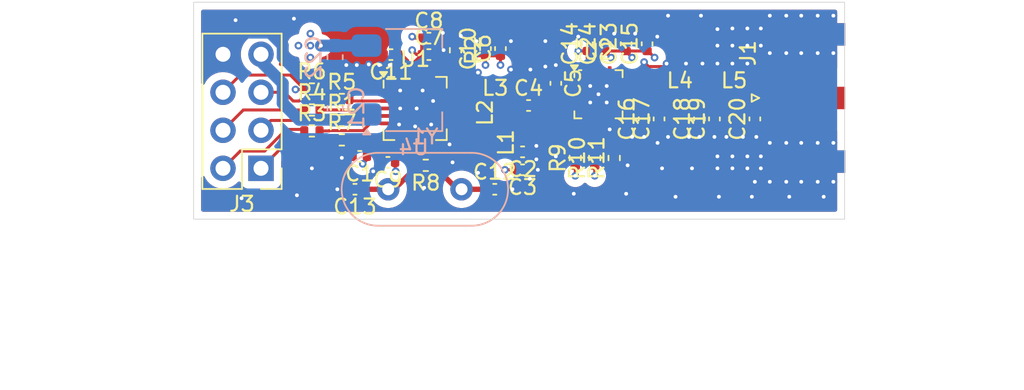
<source format=kicad_pcb>
(kicad_pcb (version 20241229) (generator "pcbnew") (generator_version "9.0")
  (layers (0 "F.Cu" signal) (4 "In1.Cu" signal) (6 "In2.Cu" signal) (2 "B.Cu" signal) (13 "F.Paste" user) (15 "B.Paste" user) (5 "F.SilkS" user "F.Silkscreen") (7 "B.SilkS" user "B.Silkscreen") (1 "F.Mask" user) (3 "B.Mask" user) (25 "Edge.Cuts" user))
  (net 0 "")
  (net 1 "VDD")
  (net 2 "GND")
  (net 3 "/vdd_pa")
  (net 4 "Net-(U2-txrx)")
  (net 5 "Net-(C4-Pad1)")
  (net 6 "Net-(U1-DVDD)")
  (net 7 "/xc1")
  (net 8 "/xc2")
  (net 9 "Net-(U2-ant)")
  (net 10 "Net-(C18-Pad2)")
  (net 11 "Net-(J1-In)")
  (net 12 "/v_pwr")
  (net 13 "/sck")
  (net 14 "/irq")
  (net 15 "/scn")
  (net 16 "/mosi")
  (net 17 "/ce")
  (net 18 "/miso")
  (net 19 "Net-(U1-ANT1)")
  (net 20 "Net-(U1-ANT2)")
  (net 21 "Net-(U1-MOSI)")
  (net 22 "Net-(U1-IREF)")
  (net 23 "Net-(U1-MISO)")
  (net 24 "Net-(U1-SCK)")
  (net 25 "Net-(U1-CSN)")
  (net 26 "Net-(U1-CE)")
  (net 27 "Net-(U1-IRQ)")
  (net 28 "Net-(U2-txen)")
  (net 29 "Net-(U2-rxen)")
  (footprint "Capacitor_SMD:C_0402_1005Metric" (layer "F.Cu") (at 152.8 97.3 90)
    (property "Reference" "C18")
    (property "Value" "1.5p")
  )
  (footprint "Inductor_SMD:L_0402_1005Metric" (layer "F.Cu") (at 139.1525 96.4)
    (property "Reference" "L3")
    (property "Value" "3.9n")
  )
  (footprint "Connector_PinHeader_2.54mm:PinHeader_2x04_P2.54mm_Vertical" (layer "F.Cu") (at 123.5 100.6 180)
    (property "Reference" "J3")
    (property "Value" "Conn_02x04_Odd_Even")
  )
  (footprint "Capacitor_SMD:C_0402_1005Metric" (layer "F.Cu") (at 153.8 97.3 90)
    (property "Reference" "C19")
    (property "Value" "1.5p")
  )
  (footprint "Connector_Coaxial:SMA_Amphenol_132289_EdgeMount" (layer "F.Cu") (at 160 95.9)
    (property "Reference" "J1")
    (property "Value" "Conn_Coaxial_Small")
  )
  (footprint "Resistor_SMD:R_0402_1005Metric" (layer "F.Cu") (at 136.5 92.71 -90)
    (property "Reference" "R2")
    (property "Value" "22k")
  )
  (footprint "Resistor_SMD:R_0402_1005Metric" (layer "F.Cu") (at 128.9 97.4)
    (property "Reference" "R1")
    (property "Value" "22")
  )
  (footprint "Capacitor_SMD:C_0402_1005Metric" (layer "F.Cu") (at 132.18 93 180)
    (property "Reference" "C11")
    (property "Value" "33n")
  )
  (footprint "Capacitor_SMD:C_0402_1005Metric" (layer "F.Cu") (at 139.5 92.6 90)
    (property "Reference" "C6")
    (property "Value" "10n")
  )
  (footprint "Resistor_SMD:R_0402_1005Metric" (layer "F.Cu") (at 126.9 96.7)
    (property "Reference" "R4")
    (property "Value" "22")
  )
  (footprint "Capacitor_SMD:C_0402_1005Metric" (layer "F.Cu") (at 138.5 92.6 90)
    (property "Reference" "C10")
    (property "Value" "10n")
  )
  (footprint "nrf24l01:QFN-20-4x4mm_P0.5mm_EP2.5x2.5mm" (layer "F.Cu") (at 133.8 96.6)
    (property "Reference" "U1")
    (property "Value" "NRF24L01")
  )
  (footprint "Resistor_SMD:R_0402_1005Metric" (layer "F.Cu") (at 126.9 98.1)
    (property "Reference" "R3")
    (property "Value" "22")
  )
  (footprint "Capacitor_SMD:C_0402_1005Metric" (layer "F.Cu") (at 147.9 92.28 90)
    (property "Reference" "C23")
    (property "Value" "1u")
  )
  (footprint "Capacitor_SMD:C_0402_1005Metric" (layer "F.Cu") (at 139.12 102)
    (property "Reference" "C12")
    (property "Value" "18p")
  )
  (footprint "Resistor_SMD:R_0402_1005Metric" (layer "F.Cu") (at 128.9 96)
    (property "Reference" "R5")
    (property "Value" "22")
  )
  (footprint "Capacitor_SMD:C_0402_1005Metric" (layer "F.Cu") (at 134.72 93)
    (property "Reference" "C7")
    (property "Value" "10n")
  )
  (footprint "Resistor_SMD:R_0402_1005Metric" (layer "F.Cu") (at 147.1 99.91 90)
    (property "Reference" "R11")
    (property "Value" "22k")
  )
  (footprint "Resistor_SMD:R_0402_1005Metric" (layer "F.Cu") (at 134.51 100.4 180)
    (property "Reference" "R8")
    (property "Value" "1M")
  )
  (footprint "Capacitor_SMD:C_0402_1005Metric" (layer "F.Cu") (at 131.98 100.2 180)
    (property "Reference" "C9")
    (property "Value" "10n")
  )
  (footprint "Resistor_SMD:R_0402_1005Metric" (layer "F.Cu") (at 145.8 99.91 90)
    (property "Reference" "R10")
    (property "Value" "1k")
  )
  (footprint "Capacitor_SMD:C_0402_1005Metric" (layer "F.Cu") (at 143.2 94.92 -90)
    (property "Reference" "C5")
    (property "Value" "1p")
  )
  (footprint "Capacitor_SMD:C_0402_1005Metric" (layer "F.Cu") (at 140.98 100.7 180)
    (property "Reference" "C3")
    (property "Value" "4.7p")
  )
  (footprint "Package_DFN_QFN:LQFN-16-1EP_3x3mm_P0.5mm_EP1.7x1.7mm" (layer "F.Cu") (at 146.05 95.65)
    (property "Reference" "U2")
    (property "Value" "~")
  )
  (footprint "Resistor_SMD:R_0402_1005Metric" (layer "F.Cu") (at 126.9 95.3)
    (property "Reference" "R6")
    (property "Value" "22")
  )
  (footprint "Capacitor_SMD:C_0402_1005Metric" (layer "F.Cu") (at 149.1 97.3 90)
    (property "Reference" "C16")
    (property "Value" "0.3p")
  )
  (footprint "Capacitor_SMD:C_0402_1005Metric" (layer "F.Cu") (at 141.38 96.4)
    (property "Reference" "C4")
    (property "Value" "1.5p")
  )
  (footprint "Capacitor_SMD:C_0402_1005Metric" (layer "F.Cu") (at 130.1 99.8 180)
    (property "Reference" "C1")
    (property "Value" "10n")
  )
  (footprint "Inductor_SMD:L_0402_1005Metric" (layer "F.Cu") (at 138.7 98.885 -90)
    (property "Reference" "L1")
    (property "Value" "2.7n")
  )
  (footprint "Capacitor_SMD:C_0402_1005Metric" (layer "F.Cu") (at 146.5 92.28 90)
    (property "Reference" "C24")
    (property "Value" "1u")
  )
  (footprint "Inductor_SMD:L_0402_1005Metric" (layer "F.Cu") (at 151.485 95.9)
    (property "Reference" "L4")
    (property "Value" "2.4n")
  )
  (footprint "Capacitor_SMD:C_0402_1005Metric" (layer "F.Cu") (at 129.78 102 180)
    (property "Reference" "C13")
    (property "Value" "18p")
  )
  (footprint "Inductor_SMD:L_0402_1005Metric" (layer "F.Cu") (at 155.115 95.9)
    (property "Reference" "L5")
    (property "Value" "2.4n")
  )
  (footprint "Resistor_SMD:R_0402_1005Metric" (layer "F.Cu") (at 144.5 99.91 90)
    (property "Reference" "R9")
    (property "Value" "1k")
  )
  (footprint "Resistor_SMD:R_0402_1005Metric" (layer "F.Cu") (at 128.9 98.7)
    (property "Reference" "R7")
    (property "Value" "22")
  )
  (footprint "Capacitor_SMD:C_0402_1005Metric" (layer "F.Cu") (at 134.72 91.9)
    (property "Reference" "C8")
    (property "Value" "10n")
  )
  (footprint "Capacitor_SMD:C_0402_1005Metric" (layer "F.Cu") (at 150.1 97.3 90)
    (property "Reference" "C17")
    (property "Value" "1.5p")
  )
  (footprint "Capacitor_SMD:C_0402_1005Metric" (layer "F.Cu") (at 156.5 97.3 90)
    (property "Reference" "C20")
    (property "Value" "1.5p")
  )
  (footprint "Inductor_SMD:L_0402_1005Metric" (layer "F.Cu") (at 137.3 96.885 -90)
    (property "Reference" "L2")
    (property "Value" "8.2n")
  )
  (footprint "Capacitor_SMD:C_0402_1005Metric" (layer "F.Cu") (at 145.3 92.28 90)
    (property "Reference" "C14")
    (property "Value" "1u")
  )
  (footprint "Capacitor_SMD:C_0402_1005Metric" (layer "F.Cu") (at 149.3 92.28 90)
    (property "Reference" "C15")
    (property "Value" "1u")
  )
  (footprint "Capacitor_SMD:C_0402_1005Metric" (layer "F.Cu") (at 140.98 99.5 180)
    (property "Reference" "C2")
    (property "Value" "2.2n")
  )
  (footprint "Capacitor_SMD:C_0603_1608Metric" (layer "B.Cu") (at 128.45 96.575 90)
    (property "Reference" "C21")
    (property "Value" "4u7")
  )
  (footprint "Crystal:Crystal_HC18-U_Vertical" (layer "B.Cu") (at 136.9 102 180)
    (property "Reference" "Y1")
    (property "Value" "Crystal")
  )
  (footprint "Capacitor_SMD:C_0603_1608Metric" (layer "B.Cu") (at 128.45 93.175 -90)
    (property "Reference" "C22")
    (property "Value" "4u7")
  )
  (footprint "Package_TO_SOT_SMD:SOT-223-3_TabPin2" (layer "B.Cu") (at 133.7 94.7)
    (property "Reference" "U4")
    (property "Value" "MCP1825S")
  )
  (gr_rect (start 119 89.5) (end 162.5 104) (stroke (width 0.05)) (fill no) (layer "Edge.Cuts"))
  (segment (start 133.3 99.4) (end 132.5 100.2) (width 0.2) (layer "F.Cu") (net 1))
  (segment (start 130.58 100.02) (end 130.3 100.3) (width 0.2) (layer "F.Cu") (net 1))
  (segment (start 149.36 92.76) (end 149.8 93.2) (width 0.2) (layer "F.Cu") (net 1))
  (segment (start 147.9 92.76) (end 149.3 92.76) (width 0.2) (layer "F.Cu") (net 1))
  (segment (start 134.24 91.9) (end 134.24 93) (width 0.2) (layer "F.Cu") (net 1))
  (segment (start 130.88 99.5) (end 133.2 99.5) (width 0.2) (layer "F.Cu") (net 1))
  (segment (start 137.93875 93.08) (end 135.7375 95.28125) (width 0.2) (layer "F.Cu") (net 1))
  (segment (start 132.46 100.2) (end 132.46 100.76) (width 0.2) (layer "F.Cu") (net 1))
  (segment (start 145.3 94.1875) (end 145.3 92.76) (width 0.2) (layer "F.Cu") (net 1))
  (segment (start 133.2 99.5) (end 133.3 99.4) (width 0.2) (layer "F.Cu") (net 1))
  (segment (start 130.58 99.8) (end 130.58 100.02) (width 0.2) (layer "F.Cu") (net 1))
  (segment (start 146.5 92.8) (end 146.9 93.2) (width 0.2) (layer "F.Cu") (net 1))
  (segment (start 133.8 93.44) (end 134.24 93) (width 0.2) (layer "F.Cu") (net 1))
  (segment (start 133.7 91.9) (end 133.6 91.8) (width 0.2) (layer "F.Cu") (net 1))
  (segment (start 149.3 92.76) (end 149.36 92.76) (width 0.2) (layer "F.Cu") (net 1))
  (segment (start 133.8 94.6625) (end 133.8 93.44) (width 0.2) (layer "F.Cu") (net 1))
  (segment (start 133.3 98.5375) (end 133.3 99.4) (width 0.2) (layer "F.Cu") (net 1))
  (segment (start 139.5 93.08) (end 138.5 93.08) (width 0.2) (layer "F.Cu") (net 1))
  (segment (start 133.9 93) (end 133.6 92.7) (width 0.2) (layer "F.Cu") (net 1))
  (segment (start 147.9 92.8) (end 148.3 93.2) (width 0.2) (layer "F.Cu") (net 1))
  (segment (start 147.9 92.76) (end 147.9 92.8) (width 0.2) (layer "F.Cu") (net 1))
  (segment (start 138.5 93.08) (end 138.5 93.7) (width 0.2) (layer "F.Cu") (net 1))
  (segment (start 132.5 100.2) (end 132.46 100.2) (width 0.2) (layer "F.Cu") (net 1))
  (segment (start 145.3 92.76) (end 144.7 92.76) (width 0.2) (layer "F.Cu") (net 1))
  (segment (start 139.5 93.08) (end 139.5 93.7) (width 0.2) (layer "F.Cu") (net 1))
  (segment (start 134.24 93) (end 133.9 93) (width 0.2) (layer "F.Cu") (net 1))
  (segment (start 146.5 92.76) (end 146.5 92.8) (width 0.2) (layer "F.Cu") (net 1))
  (segment (start 135.7375 95.28125) (end 135.7375 95.6) (width 0.2) (layer "F.Cu") (net 1))
  (segment (start 132.46 100.76) (end 132.5 100.8) (width 0.2) (layer "F.Cu") (net 1))
  (segment (start 130.58 99.8) (end 130.88 99.5) (width 0.2) (layer "F.Cu") (net 1))
  (segment (start 146.5 92.76) (end 147.9 92.76) (width 0.2) (layer "F.Cu") (net 1))
  (segment (start 134.24 91.9) (end 133.7 91.9) (width 0.2) (layer "F.Cu") (net 1))
  (segment (start 138.5 93.08) (end 137.93875 93.08) (width 0.2) (layer "F.Cu") (net 1))
  (segment (start 145.3 92.76) (end 146.5 92.76) (width 0.2) (layer "F.Cu") (net 1))
  (via (at 126.8 93.2) (size 0.506) (drill 0.254) (layers "F.Cu" "B.Cu") (net 1))
  (via (at 144.7 92.76) (size 0.506) (drill 0.254) (layers "F.Cu" "B.Cu") (net 1))
  (via (at 127.5 92.4) (size 0.506) (drill 0.254) (layers "F.Cu" "B.Cu") (net 1))
  (via (at 126.8 91.6) (size 0.506) (drill 0.254) (layers "F.Cu" "B.Cu") (net 1))
  (via (at 126.8 92.4) (size 0.506) (drill 0.254) (layers "F.Cu" "B.Cu") (net 1))
  (via (at 132.5 100.8) (size 0.506) (drill 0.254) (layers "F.Cu" "B.Cu") (net 1))
  (via (at 133.6 92.7) (size 0.506) (drill 0.254) (layers "F.Cu" "B.Cu") (net 1))
  (via (at 126 92.4) (size 0.506) (drill 0.254) (layers "F.Cu" "B.Cu") (net 1))
  (via (at 149.8 93.2) (size 0.506) (drill 0.254) (layers "F.Cu" "B.Cu") (net 1))
  (via (at 146.9 93.2) (size 0.506) (drill 0.254) (layers "F.Cu" "B.Cu") (net 1))
  (via (at 133.6 91.8) (size 0.506) (drill 0.254) (layers "F.Cu" "B.Cu") (net 1))
  (via (at 148.3 93.2) (size 0.506) (drill 0.254) (layers "F.Cu" "B.Cu") (net 1))
  (via (at 130.3 100.3) (size 0.506) (drill 0.254) (layers "F.Cu" "B.Cu") (net 1))
  (via (at 138.5 93.7) (size 0.506) (drill 0.254) (layers "F.Cu" "B.Cu") (net 1))
  (via (at 139.5 93.7) (size 0.506) (drill 0.254) (layers "F.Cu" "B.Cu") (net 1))
  (segment (start 128.45 92.4) (end 130.55 92.4) (width 0.8) (layer "B.Cu") (net 1))
  (segment (start 128.45 92.4) (end 127.5 92.4) (width 0.8) (layer "B.Cu") (net 1))
  (segment (start 133.8 97.8) (end 132.855975 97.8) (width 0.2) (layer "F.Cu") (net 2))
  (segment (start 149.1 97.78) (end 149.1 98.5) (width 0.2) (layer "F.Cu") (net 2))
  (segment (start 145.8 95.9) (end 146.05 95.65) (width 0.2) (layer "F.Cu") (net 2))
  (segment (start 141.5 94) (end 142.3 94) (width 0.2) (layer "F.Cu") (net 2))
  (segment (start 142 100.7) (end 141.46 100.7) (width 0.2) (layer "F.Cu") (net 2))
  (segment (start 154.1 102.5) (end 156.3 102.5) (width 0.2) (layer "F.Cu") (net 2))
  (segment (start 132.8 95.4) (end 132.8 94.6625) (width 0.2) (layer "F.Cu") (net 2))
  (segment (start 154 91.3) (end 153.8 91.3) (width 0.2) (layer "F.Cu") (net 2))
  (segment (start 140.2 94) (end 141.5 94) (width 0.2) (layer "F.Cu") (net 2))
  (segment (start 141.46 99.56) (end 141.9 100) (width 0.2) (layer "F.Cu") (net 2))
  (segment (start 129.62 99.8) (end 129 99.8) (width 0.2) (layer "F.Cu") (net 2))
  (segment (start 152.3 100.6) (end 150.3 100.6) (width 0.355) (layer "F.Cu") (net 2))
  (segment (start 156.5 97.78) (end 156.5 98.4) (width 0.2) (layer "F.Cu") (net 2))
  (segment (start 148 102.2) (end 147.9 102.3) (width 0.2) (layer "F.Cu") (net 2))
  (segment (start 154.047 91.253) (end 154 91.3) (width 0.2) (layer "F.Cu") (net 2))
  (segment (start 134.3 95.4) (end 134.3 94.6625) (width 0.2) (layer "F.Cu") (net 2))
  (segment (start 136.3 99.2) (end 136.1 99) (width 0.355) (layer "F.Cu") (net 2))
  (segment (start 155 92.4) (end 154 92.4) (width 0.2) (layer "F.Cu") (net 2))
  (segment (start 156 91.253) (end 155 91.253) (width 0.2) (layer "F.Cu") (net 2))
  (segment (start 153.8 97.78) (end 153.8 98.5) (width 0.2) (layer "F.Cu") (net 2))
  (segment (start 151.9 93.6) (end 150.6 93.6) (width 0.2) (layer "F.Cu") (net 2))
  (segment (start 139.6 102) (end 140.3 102) (width 0.2) (layer "F.Cu") (net 2))
  (segment (start 131.7 93.3) (end 132.1 93.7) (width 0.2) (layer "F.Cu") (net 2))
  (segment (start 155.9 98.5) (end 155.7 98.5) (width 0.2) (layer "F.Cu") (net 2))
  (segment (start 151.2 102.5) (end 154.1 102.5) (width 0.2) (layer "F.Cu") (net 2))
  (segment (start 148.3 91.8) (end 148.5 91.6) (width 0.2) (layer "F.Cu") (net 2))
  (segment (start 149.1 93.5) (end 149.4 93.8) (width 0.2) (layer "F.Cu") (net 2))
  (segment (start 158.8 102.5) (end 161.1 102.5) (width 0.2) (layer "F.Cu") (net 2))
  (segment (start 156 93.6) (end 156 92.4) (width 0.2) (layer "F.Cu") (net 2))
  (segment (start 158.6 98.9) (end 157.5 98.9) (width 0.2) (layer "F.Cu") (net 2))
  (segment (start 160 100.15) (end 157.25 100.15) (width 0.2) (layer "F.Cu") (net 2))
  (segment (start 146.9 91.8) (end 147.1 91.6) (width 0.2) (layer "F.Cu") (net 2))
  (segment (start 138.5 92.12) (end 137.92 92.12) (width 0.2) (layer "F.Cu") (net 2))
  (segment (start 149.9805 91.8) (end 149.3 91.8) (width 0.2) (layer "F.Cu") (net 2))
  (segment (start 146.05 95.65) (end 145.5 95.1) (width 0.2) (layer "F.Cu") (net 2))
  (segment (start 156.5 98.4) (end 156.6 98.5) (width 0.2) (layer "F.Cu") (net 2))
  (segment (start 146.8 97.1125) (end 146.8 98) (width 0.2) (layer "F.Cu") (net 2))
  (segment (start 135.3 91.9) (end 135.65 91.55) (width 0.2) (layer "F.Cu") (net 2))
  (segment (start 153.8 97.8) (end 154.5 98.5) (width 0.2) (layer "F.Cu") (net 2))
  (segment (start 155 99.8) (end 154 99.8) (width 0.2) (layer "F.Cu") (net 2))
  (segment (start 160.7 101.5) (end 159.6 101.5) (width 0.2) (layer "F.Cu") (net 2))
  (segment (start 153.8 91.3) (end 152.9 90.4) (width 0.2) (layer "F.Cu") (net 2))
  (segment (start 153.8 97.78) (end 153.8 97.8) (width 0.2) (layer "F.Cu") (net 2))
  (segment (start 135.2 91.9) (end 135.3 91.9) (width 0.2) (layer "F.Cu") (net 2))
  (segment (start 136.3 100.2) (end 136.3 99.2) (width 0.355) (layer "F.Cu") (net 2))
  (segment (start 146.8 96.4) (end 146.05 95.65) (width 0.2) (layer "F.Cu") (net 2))
  (segment (start 160.7 98.9) (end 159.6 98.9) (width 0.2) (layer "F.Cu") (net 2))
  (segment (start 157.65 91.65) (end 156.9 92.4) (width 0.2) (layer "F.Cu") (net 2))
  (segment (start 141.46 100.7) (end 141.46 101.3) (width 0.2) (layer "F.Cu") (net 2))
  (segment (start 152.9 90.4) (end 150.7 90.4) (width 0.2) (layer "F.Cu") (net 2))
  (segment (start 160 91.65) (end 157.297 91.65) (width 0.2) (layer "F.Cu") (net 2))
  (segment (start 141.5 99.5) (end 141.9 99.1) (width 0.2) (layer "F.Cu") (net 2))
  (segment (start 159.6 92.9) (end 158.6 92.9) (width 0.2) (layer "F.Cu") (net 2))
  (segment (start 156.9 100.6) (end 156 100.6) (width 0.2) (layer "F.Cu") (net 2))
  (segment (start 156.9 91.253) (end 156 91.253) (width 0.2) (layer "F.Cu") (net 2))
  (segment (start 147.5125 96.4) (end 146.8 96.4) (width 0.2) (layer "F.Cu") (net 2))
  (segment (start 146.05 95.65) (end 146.15 95.75) (width 0.2) (layer "F.Cu") (net 2))
  (segment (start 150.1 98.8) (end 150 98.9) (width 0.2) (layer "F.Cu") (net 2))
  (segment (start 152.8 97.8) (end 152.1 98.5) (width 0.2) (layer "F.Cu") (net 2))
  (segment (start 155 99.8) (end 156 99.8) (width 0.2) (layer "F.Cu") (net 2))
  (segment (start 131.7 93) (end 131.7 93.3) (width 0.2) (layer "F.Cu") (net 2))
  (segment (start 141.46 99.5) (end 141.46 99.56) (width 0.2) (layer "F.Cu") (net 2))
  (segment (start 161.747 92.9) (end 160.7 92.9) (width 0.2) (layer "F.Cu") (net 2))
  (segment (start 132.8 96.6) (end 133.9 96.6) (width 0.2) (layer "F.Cu") (net 2))
  (segment (start 131.5 100.2) (end 131.5 100.3) (width 0.2) (layer "F.Cu") (net 2))
  (segment (start 139.5 92.12) (end 140.18 92.12) (width 0.2) (layer "F.Cu") (net 2))
  (segment (start 129.3 102) (end 128.6 102) (width 0.2) (layer "F.Cu") (net 2))
  (segment (start 142.3 94) (end 142.5 93.8) (width 0.2) (layer "F.Cu") (net 2))
  (segment (start 143.14 94.44) (end 142.5 93.8) (width 0.2) (layer "F.Cu") (net 2))
  (segment (start 150.4 93.8) (end 150.6 93.6) (width 0.2) (layer "F.Cu") (net 2))
  (segment (start 133.8 97.8) (end 133.8 98.5375) (width 0.2) (layer "F.Cu") (net 2))
  (segment (start 140.18 92.12) (end 140.2 92.1) (width 0.2) (layer "F.Cu") (net 2))
  (segment (start 155 91.253) (end 154.047 91.253) (width 0.2) (layer "F.Cu") (net 2))
  (segment (start 146.05 95.65) (end 146.15 95.55) (width 0.2) (layer "F.Cu") (net 2))
  (segment (start 146.5 91.8) (end 146.9 91.8) (width 0.2) (layer "F.Cu") (net 2))
  (segment (start 156.9 92.4) (end 156 92.4) (width 0.2) (layer "F.Cu") (net 2))
  (segment (start 148 100.4) (end 148 102.2) (width 0.2) (layer "F.Cu") (net 2))
  (segment (start 150.1 97.9) (end 150.7 98.5) (width 0.2) (layer "F.Cu") (net 2))
  (segment (start 156 100.6) (end 155 100.6) (width 0.2) (layer "F.Cu") (net 2))
  (segment (start 151.9 93.6) (end 153 93.6) (width 0.2) (layer "F.Cu") (net 2))
  (segment (start 147.9 91.8) (end 148.3 91.8) (width 0.2) (layer "F.Cu") (net 2))
  (segment (start 135.5 92.7) (end 135.7 92.7) (width 0.2) (layer "F.Cu") (net 2))
  (segment (start 146.05 95.65) (end 146.6 95.1) (width 0.2) (layer "F.Cu") (net 2))
  (segment (start 145.3 91.8) (end 144.7 91.8) (width 0.2) (layer "F.Cu") (net 2))
  (segment (start 137.3 100.2) (end 138 100.9) (width 0.355) (layer "F.Cu") (net 2))
  (segment (start 156.5 97.78) (end 156.5 97.9) (width 0.2) (layer "F.Cu") (net 2))
  (segment (start 147.9 102.3) (end 148.1 102.5) (width 0.2) (layer "F.Cu") (net 2))
  (segment (start 158.6 101.5) (end 157.5 101.5) (width 0.2) (layer "F.Cu") (net 2))
  (segment (start 136.5 92.2) (end 136.5 92.1) (width 0.2) (layer "F.Cu") (net 2))
  (segment (start 147.5125 95.4) (end 146.3 95.4) (width 0.2) (layer "F.Cu") (net 2))
  (segment (start 157.297 91.65) (end 156.9 91.253) (width 0.2) (layer "F.Cu") (net 2))
  (segment (start 160 91.65) (end 157.65 91.65) (width 0.2) (layer "F.Cu") (net 2))
  (segment (start 148.1 102.5) (end 151.2 102.5) (width 0.2) (layer "F.Cu") (net 2))
  (segment (start 144.5875 95.9) (end 145.8 95.9) (width 0.2) (layer "F.Cu") (net 2))
  (segment (start 155 93.6) (end 154 93.6) (width 0.2) (layer "F.Cu") (net 2))
  (segment (start 132.855975 97.8) (end 132.727988 97.672013) (width 0.2) (layer "F.Cu") (net 2))
  (segment (start 146.3 95.4) (end 146.05 95.65) (width 0.2) (layer "F.Cu") (net 2))
  (segment (start 156.9 99.8) (end 156 99.8) (width 0.2) (layer "F.Cu") (net 2))
  (segment (start 160 91.65) (end 160.497 91.65) (width 0.2) (layer "F.Cu") (net 2))
  (segment (start 152.8 97.78) (end 152.8 97.8) (width 0.2) (layer "F.Cu") (net 2))
  (segment (start 158.6 90.4) (end 157.5 90.4) (width 0.2) (layer "F.Cu") (net 2))
  (segment (start 135.2 93) (end 135.5 92.7) (width 0.2) (layer "F.Cu") (net 2))
  (segment (start 144.5875 95.4) (end 145.8 95.4) (width 0.2) (layer "F.Cu") (net 2))
  (segment (start 132.727988 97.672013) (end 132.727988 96.672012) (width 0.2) (layer "F.Cu") (net 2))
  (segment (start 143.2 94.44) (end 143.2 93.7) (width 0.355) (layer "F.Cu") (net 2))
  (segment (start 132.727988 96.672012) (end 132.8 96.6) (width 0.2) (layer "F.Cu") (net 2))
  (segment (start 133.8 97.8) (end 134.744025 97.8) (width 0.2) (layer "F.Cu") (net 2))
  (segment (start 156.9 100.5) (end 156.9 100.6) (width 0.2) (layer "F.Cu") (net 2))
  (segment (start 155 100.6) (end 154 100.6) (width 0.2) (layer "F.Cu") (net 2))
  (segment (start 149.1 97.8) (end 148.4 98.5) (width 0.2) (layer "F.Cu") (net 2))
  (segment (start 157.25 100.15) (end 156.9 100.5) (width 0.2) (layer "F.Cu") (net 2))
  (segment (start 147.1 100.42) (end 147.98 100.42) (width 0.2) (layer "F.Cu") (net 2))
  (segment (start 154.5 98.5) (end 154.6 98.5) (width 0.2) (layer "F.Cu") (net 2))
  (segment (start 150.1 97.78) (end 150.1 97.9) (width 0.2) (layer "F.Cu") (net 2))
  (segment (start 147.98 100.42) (end 148 100.4) (width 0.2) (layer "F.Cu") (net 2))
  (segment (start 156.3 102.5) (end 158.8 102.5) (width 0.2) (layer "F.Cu") (net 2))
  (segment (start 156 92.4) (end 155 92.4) (width 0.2) (layer "F.Cu") (net 2))
  (segment (start 150.1 97.78) (end 150.1 98.8) (width 0.2) (layer "F.Cu") (net 2))
  (segment (start 138 94.2) (end 138.1 94.3) (width 0.2) (layer "F.Cu") (net 2))
  (segment (start 149.4 93.8) (end 150.4 93.8) (width 0.2) (layer "F.Cu") (net 2))
  (segment (start 152.8 97.78) (end 152.8 98.5) (width 0.2) (layer "F.Cu") (net 2))
  (segment (start 149.1 97.78) (end 149.1 97.8) (width 0.2) (layer "F.Cu") (net 2))
  (segment (start 129 99.8) (end 128.9 99.9) (width 0.2) (layer "F.Cu") (net 2))
  (segment (start 136.5 92.1) (end 136.85 91.75) (width 0.2) (layer "F.Cu") (net 2))
  (segment (start 136.3 100.2) (end 137.3 100.2) (width 0.355) (layer "F.Cu") (net 2))
  (segment (start 137.92 92.12) (end 137.9 92.1) (width 0.2) (layer "F.Cu") (net 2))
  (segment (start 160 100.15) (end 161.35 101.5) (width 0.2) (layer "F.Cu") (net 2))
  (segment (start 146.8 97.1125) (end 146.8 96.4) (width 0.2) (layer "F.Cu") (net 2))
  (segment (start 143.2 94.44) (end 143.14 94.44) (width 0.2) (layer "F.Cu") (net 2))
  (segment (start 145.8 95.4) (end 146.05 95.65) (width 0.2) (layer "F.Cu") (net 2))
  (segment (start 131.5 100.3) (end 131 100.8) (width 0.2) (layer "F.Cu") (net 2))
  (segment (start 146.05 95.65) (end 145.5 96.2) (width 0.2) (layer "F.Cu") (net 2))
  (segment (start 157.25 100.15) (end 156.9 99.8) (width 0.2) (layer "F.Cu") (net 2))
  (segment (start 154 93.6) (end 153 93.6) (width 0.2) (layer "F.Cu") (net 2))
  (segment (start 156 93.6) (end 155 93.6) (width 0.2) (layer "F.Cu") (net 2))
  (segment (start 160.497 91.65) (end 161.747 90.4) (width 0.2) (layer "F.Cu") (net 2))
  (segment (start 135 96.1) (end 135.7375 96.1) (width 0.2) (layer "F.Cu") (net 2))
  (segment (start 156.5 97.9) (end 155.9 98.5) (width 0.2) (layer "F.Cu") (net 2))
  (segment (start 161.35 101.5) (end 161.747 101.5) (width 0.2) (layer "F.Cu") (net 2))
  (segment (start 141.46 99.5) (end 141.5 99.5) (width 0.2) (layer "F.Cu") (net 2))
  (segment (start 134.744025 97.8) (end 134.872013 97.672012) (width 0.2) (layer "F.Cu") (net 2))
  (segment (start 148.4 98.5) (end 148.3 98.5) (width 0.2) (layer "F.Cu") (net 2))
  (segment (start 154 100.6) (end 152.3 100.6) (width 0.355) (layer "F.Cu") (net 2))
  (segment (start 160.7 90.4) (end 159.6 90.4) (width 0.2) (layer "F.Cu") (net 2))
  (via (at 154 93.6) (size 0.506) (drill 0.254) (layers "F.Cu" "B.Cu") (net 2))
  (via (at 155 100.6) (size 0.506) (drill 0.254) (layers "F.Cu" "B.Cu") (net 2))
  (via (at 145.5 96.2) (size 0.506) (drill 0.254) (layers "F.Cu" "B.Cu") (net 2))
  (via (at 156 91.253) (size 0.506) (drill 0.254) (layers "F.Cu" "B.Cu") (net 2))
  (via (at 161.1 102.5) (size 0.506) (drill 0.254) (layers "F.Cu" "B.Cu") (net 2))
  (via (at 146.6 96.2) (size 0.506) (drill 0.254) (layers "F.Cu" "B.Cu") (net 2))
  (via (at 141.9 100) (size 0.506) (drill 0.254) (layers "F.Cu" "B.Cu") (net 2))
  (via (at 150.6 93.6) (size 0.506) (drill 0.254) (layers "F.Cu" "B.Cu") (net 2))
  (via (at 158.6 98.9) (size 0.506) (drill 0.254) (layers "F.Cu" "B.Cu") (net 2))
  (via (at 156.6 98.5) (size 0.506) (drill 0.254) (layers "F.Cu" "B.Cu") (net 2))
  (via (at 144.7 91.8) (size 0.506) (drill 0.254) (layers "F.Cu" "B.Cu") (net 2))
  (via (at 142 100.7) (size 0.506) (drill 0.254) (layers "F.Cu" "B.Cu") (net 2))
  (via (at 134.872013 97.672012) (size 0.506) (drill 0.254) (layers "F.Cu" "B.Cu") (net 2))
  (via (at 143.2 93.7) (size 0.506) (drill 0.254) (layers "F.Cu" "B.Cu") (net 2))
  (via (at 159.6 101.5) (size 0.506) (drill 0.254) (layers "F.Cu" "B.Cu") (net 2))
  (via (at 126.9 100.6) (size 0.506) (drill 0.254) (layers "F.Cu" "B.Cu") (net 2))
  (via (at 125.7 90.6) (size 0.506) (drill 0.254) (layers "F.Cu" "B.Cu") (net 2))
  (via (at 155 99.8) (size 0.506) (drill 0.254) (layers "F.Cu" "B.Cu") (net 2))
  (via (at 150.7 98.5) (size 0.506) (drill 0.254) (layers "F.Cu" "B.Cu") (net 2))
  (via (at 136.85 91.75) (size 0.506) (drill 0.254) (layers "F.Cu" "B.Cu") (net 2))
  (via (at 149.1 98.5) (size 0.506) (drill 0.254) (layers "F.Cu" "B.Cu") (net 2))
  (via (at 121.8 90.7) (size 0.506) (drill 0.254) (layers "F.Cu" "B.Cu") (net 2))
  (via (at 149.1 93.5) (size 0.506) (drill 0.254) (layers "F.Cu" "B.Cu") (net 2))
  (via (at 138 94.2) (size 0.506) (drill 0.254) (layers "F.Cu" "B.Cu") (net 2))
  (via (at 151.2 102.5) (size 0.506) (drill 0.254) (layers "F.Cu" "B.Cu") (net 2))
  (via (at 143.2 99.8) (size 0.506) (drill 0.254) (layers "F.Cu" "B.Cu") (net 2))
  (via (at 154 91.3) (size 0.506) (drill 0.254) (layers "F.Cu" "B.Cu") (net 2))
  (via (at 137.9 92.1) (size 0.506) (drill 0.254) (layers "F.Cu" "B.Cu") (net 2))
  (via (at 148.3 98.5) (size 0.506) (drill 0.254) (layers "F.Cu" "B.Cu") (net 2))
  (via (at 128.6 102) (size 0.506) (drill 0.254) (layers "F.Cu" "B.Cu") (net 2))
  (via (at 141.9 99.1) (size 0.506) (drill 0.254) (layers "F.Cu" "B.Cu") (net 2))
  (via (at 155 93.6) (size 0.506) (drill 0.254) (layers "F.Cu" "B.Cu") (net 2))
  (via (at 159.6 98.9) (size 0.506) (drill 0.254) (layers "F.Cu" "B.Cu") (net 2))
  (via (at 144.4 102.3) (size 0.506) (drill 0.254) (layers "F.Cu" "B.Cu") (net 2))
  (via (at 132.8 96.6) (size 0.506) (drill 0.254) (layers "F.Cu" "B.Cu") (net 2))
  (via (at 158.6 101.5) (size 0.506) (drill 0.254) (layers "F.Cu" "B.Cu") (net 2))
  (via (at 152.8 98.5) (size 0.506) (drill 0.254) (layers "F.Cu" "B.Cu") (net 2))
  (via (at 146.6 95.1) (size 0.506) (drill 0.254) (layers "F.Cu" "B.Cu") (net 2))
  (via (at 150.3 100.6) (size 0.506) (drill 0.254) (layers "F.Cu" "B.Cu") (net 2))
  (via (at 125.9 102.4) (size 0.506) (drill 0.254) (layers "F.Cu" "B.Cu") (net 2))
  (via (at 156.9 100.6) (size 0.506) (drill 0.254) (layers "F.Cu" "B.Cu") (net 2))
  (via (at 142.5 92.1) (size 0.506) (drill 0.254) (layers "F.Cu" "B.Cu") (net 2))
  (via (at 146.8 98) (size 0.506) (drill 0.254) (layers "F.Cu" "B.Cu") (net 2))
  (via (at 147.9 102.3) (size 0.506) (drill 0.254) (layers "F.Cu" "B.Cu") (net 2))
  (via (at 152.3 100.6) (size 0.506) (drill 0.254) (layers "F.Cu" "B.Cu") (net 2))
  (via (at 129.2 93.7) (size 0.506) (drill 0.254) (layers "F.Cu" "B.Cu") (net 2))
  (via (at 122.2 102.6) (size 0.506) (drill 0.254) (layers "F.Cu" "B.Cu") (net 2))
  (via (at 159.6 90.4) (size 0.506) (drill 0.254) (layers "F.Cu" "B.Cu") (net 2))
  (via (at 132.8 95.4) (size 0.506) (drill 0.254) (layers "F.Cu" "B.Cu") (net 2))
  (via (at 158.6 92.9) (size 0.506) (drill 0.254) (layers "F.Cu" "B.Cu") (net 2))
  (via (at 161.747 98.9) (size 0.506) (drill 0.254) (layers "F.Cu" "B.Cu") (net 2))
  (via (at 157.5 98.9) (size 0.506) (drill 0.254) (layers "F.Cu" "B.Cu") (net 2))
  (via (at 145.5 95.1) (size 0.506) (drill 0.254) (layers "F.Cu" "B.Cu") (net 2))
  (via (at 131.4 93.7) (size 0.506) (drill 0.254) (layers "F.Cu" "B.Cu") (net 2))
  (via (at 153 93.6) (size 0.506) (drill 0.254) (layers "F.Cu" "B.Cu") (net 2))
  (via (at 157.5 90.4) (size 0.506) (drill 0.254) (layers "F.Cu" "B.Cu") (net 2))
  (via (at 140.2 92.1) (size 0.506) (drill 0.254) (layers "F.Cu" "B.Cu") (net 2))
  (via (at 152.1 98.5) (size 0.506) (drill 0.254) (layers "F.Cu" "B.Cu") (net 2))
  (via (at 159.6 92.9) (size 0.506) (drill 0.254) (layers "F.Cu" "B.Cu") (net 2))
  (via (at 156 93.6) (size 0.506) (drill 0.254) (layers "F.Cu" "B.Cu") (net 2))
  (via (at 141.46 101.3) (size 0.506) (drill 0.254) (layers "F.Cu" "B.Cu") (net 2))
  (via (at 156.9 91.253) (size 0.506) (drill 0.254) (layers "F.Cu" "B.Cu") (net 2))
  (via (at 149.9805 91.8) (size 0.506) (drill 0.254) (layers "F.Cu" "B.Cu") (net 2))
  (via (at 161.747 92.9) (size 0.506) (drill 0.254) (layers "F.Cu" "B.Cu") (net 2))
  (via (at 131 100.8) (size 0.506) (drill 0.254) (layers "F.Cu" "B.Cu") (net 2))
  (via (at 130.7 93.653) (size 0.506) (drill 0.254) (layers "F.Cu" "B.Cu") (net 2))
  (via (at 150 98.9) (size 0.506) (drill 0.254) (layers "F.Cu" "B.Cu") (net 2))
  (via (at 161.747 101.5) (size 0.506) (drill 0.254) (layers "F.Cu" "B.Cu") (net 2))
  (via (at 134.3 95.4) (size 0.506) (drill 0.254) (layers "F.Cu" "B.Cu") (net 2))
  (via (at 135 96.1) (size 0.506) (drill 0.254) (layers "F.Cu" "B.Cu") (net 2))
  (via (at 147.1 91.6) (size 0.506) (drill 0.254) (layers "F.Cu" "B.Cu") (net 2))
  (via (at 134.4 101.9) (size 0.506) (drill 0.254) (layers "F.Cu" "B.Cu") (net 2))
  (via (at 157.5 101.5) (size 0.506) (drill 0.254) (layers "F.Cu" "B.Cu") (net 2))
  (via (at 153.8 98.5) (size 0.506) (drill 0.254) (layers "F.Cu" "B.Cu") (net 2))
  (via (at 148 100.4) (size 0.506) (drill 0.254) (layers "F.Cu" "B.Cu") (net 2))
  (via (at 161.747 90.4) (size 0.506) (drill 0.254) (layers "F.Cu" "B.Cu") (net 2))
  (via (at 140.2 94) (size 0.506) (drill 0.254) (layers "F.Cu" "B.Cu") (net 2))
  (via (at 154 100.6) (size 0.506) (drill 0.254) (layers "F.Cu" "B.Cu") (net 2))
  (via (at 155 92.4) (size 0.506) (drill 0.254) (layers "F.Cu" "B.Cu") (net 2))
  (via (at 160.7 98.9) (size 0.506) (drill 0.254) (layers "F.Cu" "B.Cu") (net 2))
  (via (at 141.5 94) (size 0.506) (drill 0.254) (layers "F.Cu" "B.Cu") (net 2))
  (via (at 156.9 99.8) (size 0.506) (drill 0.254) (layers "F.Cu" "B.Cu") (net 2))
  (via (at 156 100.6) (size 0.506) (drill 0.254) (layers "F.Cu" "B.Cu") (net 2))
  (via (at 132.727988 97.672013) (size 0.506) (drill 0.254) (layers "F.Cu" "B.Cu") (net 2))
  (via (at 138 100.9) (size 0.506) (drill 0.254) (layers "F.Cu" "B.Cu") (net 2))
  (via (at 136.3 100.2) (size 0.506) (drill 0.254) (layers "F.Cu" "B.Cu") (net 2))
  (via (at 154.1 102.5) (size 0.506) (drill 0.254) (layers "F.Cu" "B.Cu") (net 2))
  (via (at 154 92.4) (size 0.506) (drill 0.254) (layers "F.Cu" "B.Cu") (net 2))
  (via (at 156.5 101.5) (size 0.506) (drill 0.254) (layers "F.Cu" "B.Cu") (net 2))
  (via (at 146.05 95.65) (size 0.506) (drill 0.254) (layers "F.Cu" "B.Cu") (net 2))
  (via (at 160.7 101.5) (size 0.506) (drill 0.254) (layers "F.Cu" "B.Cu") (net 2))
  (via (at 152.9 90.4) (size 0.506) (drill 0.254) (layers "F.Cu" "B.Cu") (net 2))
  (via (at 128.9 99.9) (size 0.506) (drill 0.254) (layers "F.Cu" "B.Cu") (net 2))
  (via (at 155 91.253) (size 0.506) (drill 0.254) (layers "F.Cu" "B.Cu") (net 2))
  (via (at 140.3 102) (size 0.506) (drill 0.254) (layers "F.Cu" "B.Cu") (net 2))
  (via (at 132.1 93.7) (size 0.506) (drill 0.254) (layers "F.Cu" "B.Cu") (net 2))
  (via (at 156.3 102.5) (size 0.506) (drill 0.254) (layers "F.Cu" "B.Cu") (net 2))
  (via (at 151.9 93.6) (size 0.506) (drill 0.254) (layers "F.Cu" "B.Cu") (net 2))
  (via (at 133.9 96.6) (size 0.506) (drill 0.254) (layers "F.Cu" "B.Cu") (net 2))
  (via (at 160.7 90.4) (size 0.506) (drill 0.254) (layers "F.Cu" "B.Cu") (net 2))
  (via (at 154 99.8) (size 0.506) (drill 0.254) (layers "F.Cu" "B.Cu") (net 2))
  (via (at 136.1 99) (size 0.506) (drill 0.254) (layers "F.Cu" "B.Cu") (net 2))
  (via (at 148.5 91.6) (size 0.506) (drill 0.254) (layers "F.Cu" "B.Cu") (net 2))
  (via (at 142.5 93.8) (size 0.506) (drill 0.254) (layers "F.Cu" "B.Cu") (net 2))
  (via (at 135.7 92.7) (size 0.506) (drill 0.254) (layers "F.Cu" "B.Cu") (net 2))
  (via (at 158.6 90.4) (size 0.506) (drill 0.254) (layers "F.Cu" "B.Cu") (net 2))
  (via (at 150.7 90.4) (size 0.506) (drill 0.254) (layers "F.Cu" "B.Cu") (net 2))
  (via (at 133.8 97.8) (size 0.506) (drill 0.254) (layers "F.Cu" "B.Cu") (net 2))
  (via (at 154.6 98.5) (size 0.506) (drill 0.254) (layers "F.Cu" "B.Cu") (net 2))
  (via (at 158.8 102.5) (size 0.506) (drill 0.254) (layers "F.Cu" "B.Cu") (net 2))
  (via (at 155.7 98.5) (size 0.506) (drill 0.254) (layers "F.Cu" "B.Cu") (net 2))
  (via (at 156.9 92.4) (size 0.506) (drill 0.254) (layers "F.Cu" "B.Cu") (net 2))
  (via (at 129.9 93.7) (size 0.506) (drill 0.254) (layers "F.Cu" "B.Cu") (net 2))
  (via (at 135.65 91.55) (size 0.506) (drill 0.254) (layers "F.Cu" "B.Cu") (net 2))
  (via (at 156 92.4) (size 0.506) (drill 0.254) (layers "F.Cu" "B.Cu") (net 2))
  (via (at 157.5 92.9) (size 0.506) (drill 0.254) (layers "F.Cu" "B.Cu") (net 2))
  (via (at 156 99.8) (size 0.506) (drill 0.254) (layers "F.Cu" "B.Cu") (net 2))
  (via (at 160.7 92.9) (size 0.506) (drill 0.254) (layers "F.Cu" "B.Cu") (net 2))
  (segment (start 137.35 94.2) (end 136.85 94.7) (width 0.2) (layer "B.Cu") (net 2))
  (segment (start 130.55 94.35) (end 129.9 93.7) (width 0.2) (layer "B.Cu") (net 2))
  (segment (start 161.747 98.9) (end 160.7 98.9) (width 0.2) (layer "B.Cu") (net 2))
  (segment (start 130.55 94.55) (end 131.4 93.7) (width 0.2) (layer "B.Cu") (net 2))
  (segment (start 161.747 90.4) (end 160.7 90.4) (width 0.2) (layer "B.Cu") (net 2))
  (segment (start 124.951 92.378976) (end 124.951 93.173965) (width 0.8) (layer "B.Cu") (net 2))
  (segment (start 159.6 98.9) (end 158.6 98.9) (width 0.2) (layer "B.Cu") (net 2))
  (segment (start 157.25 100.15) (end 156.9 99.8) (width 0.2) (layer "B.Cu") (net 2))
  (segment (start 160 100.15) (end 157.25 100.15) (width 0.2) (layer "B.Cu") (net 2))
  (segment (start 126.477035 94.7) (end 128.5 94.7) (width 0.8) (layer "B.Cu") (net 2))
  (segment (start 160.497 91.65) (end 161.747 92.9) (width 0.2) (layer "B.Cu") (net 2))
  (segment (start 138 94.2) (end 137.35 94.2) (width 0.2) (layer "B.Cu") (net 2))
  (segment (start 128.95 93.95) (end 129.2 93.7) (width 0.2) (layer "B.Cu") (net 2))
  (segment (start 130.55 94.7) (end 136.85 94.7) (width 0.8) (layer "B.Cu") (net 2))
  (segment (start 159.6 101.5) (end 158.6 101.5) (width 0.2) (layer "B.Cu") (net 2))
  (segment (start 124.951 93.173965) (end 126.477035 94.7) (width 0.8) (layer "B.Cu") (net 2))
  (segment (start 161.747 101.5) (end 160.7 101.5) (width 0.2) (layer "B.Cu") (net 2))
  (segment (start 161.25 98.9) (end 161.747 98.9) (width 0.2) (layer "B.Cu") (net 2))
  (segment (start 160.7 92.9) (end 159.6 92.9) (width 0.2) (layer "B.Cu") (net 2))
  (segment (start 130.55 93.803) (end 130.7 93.653) (width 0.2) (layer "B.Cu") (net 2))
  (segment (start 159.6 90.4) (end 158.6 90.4) (width 0.2) (layer "B.Cu") (net 2))
  (segment (start 128.5 94.7) (end 128.5 94) (width 0.8) (layer "B.Cu") (net 2))
  (segment (start 122.411 91.529) (end 124.101024 91.529) (width 0.8) (layer "B.Cu") (net 2))
  (segment (start 128.5 94.7) (end 130.55 94.7) (width 0.8) (layer "B.Cu") (net 2))
  (segment (start 160 91.65) (end 157.297 91.65) (width 0.2) (layer "B.Cu") (net 2))
  (segment (start 157.297 91.65) (end 156.9 91.253) (width 0.2) (layer "B.Cu") (net 2))
  (segment (start 128.45 94.75) (end 128.45 95.8) (width 0.8) (layer "B.Cu") (net 2))
  (segment (start 130.55 94.7) (end 130.55 93.803) (width 0.2) (layer "B.Cu") (net 2))
  (segment (start 157.5 101.5) (end 156.5 101.5) (width 0.2) (layer "B.Cu") (net 2))
  (segment (start 128.5 94.7) (end 128.45 94.75) (width 0.8) (layer "B.Cu") (net 2))
  (segment (start 128.5 94) (end 128.45 93.95) (width 0.8) (layer "B.Cu") (net 2))
  (segment (start 158.6 92.9) (end 157.5 92.9) (width 0.2) (layer "B.Cu") (net 2))
  (segment (start 128.45 93.95) (end 128.95 93.95) (width 0.2) (layer "B.Cu") (net 2))
  (segment (start 160 91.65) (end 160.497 91.65) (width 0.2) (layer "B.Cu") (net 2))
  (segment (start 130.55 94.7) (end 130.55 94.55) (width 0.2) (layer "B.Cu") (net 2))
  (segment (start 130.55 94.7) (end 130.55 94.35) (width 0.2) (layer "B.Cu") (net 2))
  (segment (start 120.96 92.98) (end 122.411 91.529) (width 0.8) (layer "B.Cu") (net 2))
  (segment (start 124.101024 91.529) (end 124.951 92.378976) (width 0.8) (layer "B.Cu") (net 2))
  (segment (start 160 100.15) (end 161.25 98.9) (width 0.2) (layer "B.Cu") (net 2))
  (segment (start 140.37 99.37) (end 140.5 99.5) (width 0.355) (layer "F.Cu") (net 3))
  (segment (start 140.5 100.7) (end 140.5 99.5) (width 0.355) (layer "F.Cu") (net 3))
  (segment (start 137.27 99.37) (end 138.7 99.37) (width 0.2) (layer "F.Cu") (net 3))
  (segment (start 138.7 99.37) (end 140.37 99.37) (width 0.355) (layer "F.Cu") (net 3))
  (segment (start 144.5 100.42) (end 144.5 101.1) (width 0.2) (layer "F.Cu") (net 3))
  (segment (start 136.1 97.7) (end 136.9 98.5) (width 0.2) (layer "F.Cu") (net 3))
  (segment (start 139.8 100.7) (end 140.5 100.7) (width 0.2) (layer "F.Cu") (net 3))
  (segment (start 136.9 99) (end 137.27 99.37) (width 0.2) (layer "F.Cu") (net 3))
  (segment (start 136.9 98.5) (end 136.9 99) (width 0.2) (layer "F.Cu") (net 3))
  (via (at 139.8 100.7) (size 0.506) (drill 0.254) (layers "F.Cu" "B.Cu") (net 3))
  (via (at 144.5 101.1) (size 0.506) (drill 0.254) (layers "F.Cu" "B.Cu") (net 3))
  (segment (start 144.5875 96.4) (end 143.8 96.4) (width 0.2) (layer "F.Cu") (net 4))
  (segment (start 143.2 96.4) (end 143.2 95.4) (width 0.355) (layer "F.Cu") (net 4))
  (segment (start 143.8 96.4) (end 143.2 96.4) (width 0.355) (layer "F.Cu") (net 4))
  (segment (start 143.2 96.4) (end 141.86 96.4) (width 0.355) (layer "F.Cu") (net 4))
  (segment (start 140.9 96.4) (end 139.6375 96.4) (width 0.355) (layer "F.Cu") (net 5))
  (segment (start 133.3 94.6625) (end 133.3 93.4) (width 0.2) (layer "F.Cu") (net 6))
  (segment (start 132.9 93) (end 132.66 93) (width 0.2) (layer "F.Cu") (net 6))
  (segment (start 133.3 93.4) (end 132.9 93) (width 0.2) (layer "F.Cu") (net 6))
  (segment (start 136.9 102) (end 136.62 102) (width 0.355) (layer "F.Cu") (net 7))
  (segment (start 136.62 102) (end 135.02 100.4) (width 0.355) (layer "F.Cu") (net 7))
  (segment (start 136.9 102) (end 138.64 102) (width 0.355) (layer "F.Cu") (net 7))
  (segment (start 135.02 100.4) (end 134.8 100.18) (width 0.2) (layer "F.Cu") (net 7))
  (segment (start 134.8 100.18) (end 134.8 98.5375) (width 0.2) (layer "F.Cu") (net 7))
  (segment (start 134.3 100.1) (end 134.3 98.5375) (width 0.2) (layer "F.Cu") (net 8))
  (segment (start 132 102) (end 132.4 102) (width 0.355) (layer "F.Cu") (net 8))
  (segment (start 132 102) (end 130.26 102) (width 0.355) (layer "F.Cu") (net 8))
  (segment (start 132.4 102) (end 134 100.4) (width 0.355) (layer "F.Cu") (net 8))
  (segment (start 134 100.4) (end 134.3 100.1) (width 0.2) (layer "F.Cu") (net 8))
  (segment (start 149.1 95.9) (end 149.1 96.82) (width 0.355) (layer "F.Cu") (net 9))
  (segment (start 149.1 95.9) (end 150.1 95.9) (width 0.2) (layer "F.Cu") (net 9))
  (segment (start 150.1 95.9) (end 151 95.9) (width 0.2) (layer "F.Cu") (net 9))
  (segment (start 148.2 95.9) (end 147.5125 95.9) (width 0.2) (layer "F.Cu") (net 9))
  (segment (start 148.2 95.9) (end 151 95.9) (width 0.355) (layer "F.Cu") (net 9))
  (segment (start 150.1 95.9) (end 150.1 96.82) (width 0.355) (layer "F.Cu") (net 9))
  (segment (start 152.8 95.9) (end 152.8 96.82) (width 0.355) (layer "F.Cu") (net 10))
  (segment (start 153.8 95.9) (end 153.8 96.82) (width 0.355) (layer "F.Cu") (net 10))
  (segment (start 151.97 95.9) (end 154.63 95.9) (width 0.355) (layer "F.Cu") (net 10))
  (segment (start 153.8 95.9) (end 154.63 95.9) (width 0.2) (layer "F.Cu") (net 10))
  (segment (start 151.97 95.9) (end 152.8 95.9) (width 0.2) (layer "F.Cu") (net 10))
  (segment (start 152.8 95.9) (end 153.8 95.9) (width 0.2) (layer "F.Cu") (net 10))
  (segment (start 155.6 95.9) (end 160 95.9) (width 0.355) (layer "F.Cu") (net 11))
  (segment (start 156.5 95.9) (end 156.5 96.82) (width 0.355) (layer "F.Cu") (net 11))
  (segment (start 155.6 95.9) (end 156.5 95.9) (width 0.2) (layer "F.Cu") (net 11))
  (segment (start 124.951 94.918976) (end 124.951 96.251) (width 0.8) (layer "B.Cu") (net 12))
  (segment (start 124.951 96.251) (end 126.05 97.35) (width 0.8) (layer "B.Cu") (net 12))
  (segment (start 123.5 93.467976) (end 124.951 94.918976) (width 0.8) (layer "B.Cu") (net 12))
  (segment (start 130.2 97.35) (end 130.55 97) (width 0.8) (layer "B.Cu") (net 12))
  (segment (start 128.45 97.35) (end 130.2 97.35) (width 0.8) (layer "B.Cu") (net 12))
  (segment (start 123.5 92.98) (end 123.5 93.467976) (width 0.8) (layer "B.Cu") (net 12))
  (segment (start 126.05 97.35) (end 128.45 97.35) (width 0.8) (layer "B.Cu") (net 12))
  (segment (start 126.39 96.7) (end 122.32 96.7) (width 0.2) (layer "F.Cu") (net 13))
  (segment (start 122.32 96.7) (end 120.96 98.06) (width 0.2) (layer "F.Cu") (net 13))
  (segment (start 127.99 99.1) (end 125 99.1) (width 0.2) (layer "F.Cu") (net 14))
  (segment (start 125 99.1) (end 123.5 100.6) (width 0.2) (layer "F.Cu") (net 14))
  (segment (start 128.39 98.7) (end 127.99 99.1) (width 0.2) (layer "F.Cu") (net 14))
  (segment (start 125.067229 95.52) (end 123.5 95.52) (width 0.2) (layer "F.Cu") (net 15))
  (segment (start 125.650229 96.103) (end 125.067229 95.52) (width 0.2) (layer "F.Cu") (net 15))
  (segment (start 126.14966 96) (end 126.04666 96.103) (width 0.2) (layer "F.Cu") (net 15))
  (segment (start 126.04666 96.103) (end 125.650229 96.103) (width 0.2) (layer "F.Cu") (net 15))
  (segment (start 128.39 96) (end 126.14966 96) (width 0.2) (layer "F.Cu") (net 15))
  (segment (start 124.16 97.4) (end 123.5 98.06) (width 0.2) (layer "F.Cu") (net 16))
  (segment (start 128.39 97.4) (end 124.16 97.4) (width 0.2) (layer "F.Cu") (net 16))
  (segment (start 145.8 100.42) (end 145.8 101.1) (width 0.2) (layer "F.Cu") (net 17))
  (segment (start 125.459 94.369) (end 122.111 94.369) (width 0.2) (layer "F.Cu") (net 17))
  (segment (start 122.111 94.369) (end 120.96 95.52) (width 0.2) (layer "F.Cu") (net 17))
  (segment (start 126.39 95.3) (end 125.459 94.369) (width 0.2) (layer "F.Cu") (net 17))
  (segment (start 126.35876 95.33124) (end 126.39 95.3) (width 0.2) (layer "F.Cu") (net 17))
  (segment (start 125.804 95.33124) (end 126.35876 95.33124) (width 0.2) (layer "F.Cu") (net 17))
  (via (at 145.8 101.1) (size 0.506) (drill 0.254) (layers "F.Cu" "B.Cu") (net 17))
  (via (at 125.804 95.33124) (size 0.506) (drill 0.254) (layers "F.Cu" "B.Cu") (net 17))
  (segment (start 126.29 98) (end 125.18776 98) (width 0.2) (layer "F.Cu") (net 18))
  (segment (start 126.39 98.1) (end 126.29 98) (width 0.2) (layer "F.Cu") (net 18))
  (segment (start 125.18776 98) (end 123.73876 99.449) (width 0.2) (layer "F.Cu") (net 18))
  (segment (start 123.73876 99.449) (end 122.111 99.449) (width 0.2) (layer "F.Cu") (net 18))
  (segment (start 122.111 99.449) (end 120.96 100.6) (width 0.2) (layer "F.Cu") (net 18))
  (segment (start 136.77 97.37) (end 136.5 97.1) (width 0.2) (layer "F.Cu") (net 19))
  (segment (start 137.3 97.37) (end 138.07 97.37) (width 0.355) (layer "F.Cu") (net 19))
  (segment (start 137.3 97.37) (end 136.77 97.37) (width 0.2) (layer "F.Cu") (net 19))
  (segment (start 138.07 97.37) (end 138.7 98) (width 0.355) (layer "F.Cu") (net 19))
  (segment (start 136.5 97.1) (end 135.7375 97.1) (width 0.2) (layer "F.Cu") (net 19))
  (segment (start 138.7 98) (end 138.7 98.4) (width 0.355) (layer "F.Cu") (net 19))
  (segment (start 136.8 96.4) (end 137.3 96.4) (width 0.2) (layer "F.Cu") (net 20))
  (segment (start 135.7375 96.6) (end 136.6 96.6) (width 0.2) (layer "F.Cu") (net 20))
  (segment (start 137.3 96.4) (end 138.6675 96.4) (width 0.355) (layer "F.Cu") (net 20))
  (segment (start 136.6 96.6) (end 136.8 96.4) (width 0.2) (layer "F.Cu") (net 20))
  (segment (start 130.5329 97.3) (end 129.51 97.3) (width 0.2) (layer "F.Cu") (net 21))
  (segment (start 129.51 97.3) (end 129.41 97.4) (width 0.2) (layer "F.Cu") (net 21))
  (segment (start 131.8625 97.1) (end 130.7329 97.1) (width 0.2) (layer "F.Cu") (net 21))
  (segment (start 130.7329 97.1) (end 130.5329 97.3) (width 0.2) (layer "F.Cu") (net 21))
  (segment (start 135.3625 94.1) (end 136.1 94.1) (width 0.2) (layer "F.Cu") (net 22))
  (segment (start 136.1 94.1) (end 136.5 93.7) (width 0.2) (layer "F.Cu") (net 22))
  (segment (start 134.8 94.6625) (end 135.3625 94.1) (width 0.2) (layer "F.Cu") (net 22))
  (segment (start 136.5 93.7) (end 136.5 93.22) (width 0.2) (layer "F.Cu") (net 22))
  (segment (start 128.04966 98.1) (end 127.41 98.1) (width 0.2) (layer "F.Cu") (net 23))
  (segment (start 128.07066 98.079) (end 128.04966 98.1) (width 0.2) (layer "F.Cu") (net 23))
  (segment (start 130.8 97.6) (end 130.321 98.079) (width 0.2) (layer "F.Cu") (net 23))
  (segment (start 131.8625 97.6) (end 130.8 97.6) (width 0.2) (layer "F.Cu") (net 23))
  (segment (start 130.321 98.079) (end 128.07066 98.079) (width 0.2) (layer "F.Cu") (net 23))
  (segment (start 130.6658 96.6) (end 130.5658 96.7) (width 0.2) (layer "F.Cu") (net 24))
  (segment (start 130.5658 96.7) (end 127.41 96.7) (width 0.2) (layer "F.Cu") (net 24))
  (segment (start 131.8625 96.6) (end 130.6658 96.6) (width 0.2) (layer "F.Cu") (net 24))
  (segment (start 129.51 96.1) (end 129.41 96) (width 0.2) (layer "F.Cu") (net 25))
  (segment (start 131.8625 96.1) (end 129.51 96.1) (width 0.2) (layer "F.Cu") (net 25))
  (segment (start 131.5625 95.3) (end 127.41 95.3) (width 0.2) (layer "F.Cu") (net 26))
  (segment (start 131.8625 95.6) (end 131.5625 95.3) (width 0.2) (layer "F.Cu") (net 26))
  (segment (start 131.2375 98.5375) (end 131.075 98.7) (width 0.2) (layer "F.Cu") (net 27))
  (segment (start 132.8 98.5375) (end 131.2375 98.5375) (width 0.2) (layer "F.Cu") (net 27))
  (segment (start 131.075 98.7) (end 129.41 98.7) (width 0.2) (layer "F.Cu") (net 27))
  (segment (start 145.3 97.1125) (end 145.3 98.6) (width 0.2) (layer "F.Cu") (net 28))
  (segment (start 145.3 98.6) (end 144.5 99.4) (width 0.2) (layer "F.Cu") (net 28))
  (segment (start 145.8 97.1125) (end 145.8 99.4) (width 0.2) (layer "F.Cu") (net 29))
  (segment (start 145.8 99.4) (end 147.1 99.4) (width 0.355) (layer "F.Cu") (net 29))
  (zone (net 2) (net_name "GND") (layer "F.Cu") (priority 3) (connect_pads yes (clearance 0.5)) (min_thickness 0.25) (fill yes (thermal_gap 0.5) (thermal_bridge_width 0.5))
    (polygon (pts (xy 162.5 94) (xy 136 94) (xy 136 97.5) (xy 136 99) (xy 145.5 99) (xy 146.5 98) (xy 162.5 98) (xy 162.5 104) (xy 119 104) (xy 119 89.5) (xy 162.5 89.5)))
  )
  (zone (net 2) (net_name "GND") (layer "B.Cu") (priority 1) (connect_pads yes (clearance 0.5)) (min_thickness 0.25) (fill yes (thermal_gap 0.5) (thermal_bridge_width 0.5))
    (polygon (pts (xy 119 89.5) (xy 162.5 89.5) (xy 162.5 104) (xy 119 104)))
  )
)
</source>
